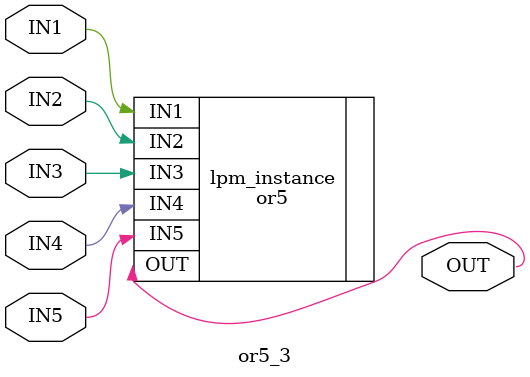
<source format=v>



module or5_3(IN1,IN3,IN2,IN5,IN4,OUT);
input IN1;
input IN3;
input IN2;
input IN5;
input IN4;
output OUT;

or5	lpm_instance(.IN1(IN1),.IN3(IN3),.IN2(IN2),.IN5(IN5),.IN4(IN4),.OUT(OUT));

endmodule

</source>
